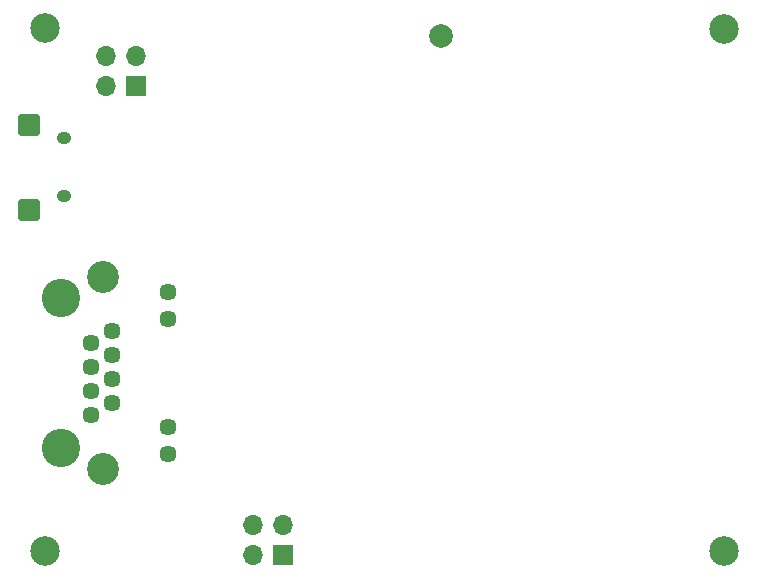
<source format=gbs>
G04 #@! TF.GenerationSoftware,KiCad,Pcbnew,7.0.7*
G04 #@! TF.CreationDate,2023-11-16T11:56:59+01:00*
G04 #@! TF.ProjectId,ithowifi_4l,6974686f-7769-4666-995f-346c2e6b6963,rev?*
G04 #@! TF.SameCoordinates,Original*
G04 #@! TF.FileFunction,Soldermask,Bot*
G04 #@! TF.FilePolarity,Negative*
%FSLAX46Y46*%
G04 Gerber Fmt 4.6, Leading zero omitted, Abs format (unit mm)*
G04 Created by KiCad (PCBNEW 7.0.7) date 2023-11-16 11:56:59*
%MOMM*%
%LPD*%
G01*
G04 APERTURE LIST*
G04 Aperture macros list*
%AMRoundRect*
0 Rectangle with rounded corners*
0 $1 Rounding radius*
0 $2 $3 $4 $5 $6 $7 $8 $9 X,Y pos of 4 corners*
0 Add a 4 corners polygon primitive as box body*
4,1,4,$2,$3,$4,$5,$6,$7,$8,$9,$2,$3,0*
0 Add four circle primitives for the rounded corners*
1,1,$1+$1,$2,$3*
1,1,$1+$1,$4,$5*
1,1,$1+$1,$6,$7*
1,1,$1+$1,$8,$9*
0 Add four rect primitives between the rounded corners*
20,1,$1+$1,$2,$3,$4,$5,0*
20,1,$1+$1,$4,$5,$6,$7,0*
20,1,$1+$1,$6,$7,$8,$9,0*
20,1,$1+$1,$8,$9,$2,$3,0*%
G04 Aperture macros list end*
%ADD10R,1.700000X1.700000*%
%ADD11O,1.700000X1.700000*%
%ADD12C,2.500000*%
%ADD13RoundRect,0.273000X-0.677000X0.637000X-0.677000X-0.637000X0.677000X-0.637000X0.677000X0.637000X0*%
%ADD14O,1.250000X1.050000*%
%ADD15C,3.250000*%
%ADD16C,1.446000*%
%ADD17C,2.700000*%
%ADD18C,2.000000*%
G04 APERTURE END LIST*
D10*
X75666600Y-154025600D03*
D11*
X73126600Y-154025600D03*
X75666600Y-151485600D03*
X73126600Y-151485600D03*
D12*
X55482000Y-109381000D03*
D13*
X54178200Y-117568000D03*
D14*
X57078200Y-118743000D03*
X57078200Y-123593000D03*
D13*
X54178200Y-124768000D03*
D12*
X113013000Y-109508000D03*
X113013000Y-153704000D03*
X55482000Y-153704000D03*
D15*
X56832500Y-132256500D03*
X56832500Y-144956500D03*
D16*
X59372500Y-142176500D03*
X61152500Y-141156500D03*
X59372500Y-140136500D03*
X61152500Y-139116500D03*
X59372500Y-138096500D03*
X61152500Y-137076500D03*
X59372500Y-136056500D03*
X61152500Y-135036500D03*
X65962500Y-145466500D03*
X65962500Y-143176500D03*
X65962500Y-134036500D03*
X65962500Y-131746500D03*
D17*
X60392500Y-130476500D03*
X60392500Y-146736500D03*
D10*
X63246000Y-114300000D03*
D11*
X60706000Y-114300000D03*
X63246000Y-111760000D03*
X60706000Y-111760000D03*
D18*
X89052400Y-110032800D03*
M02*

</source>
